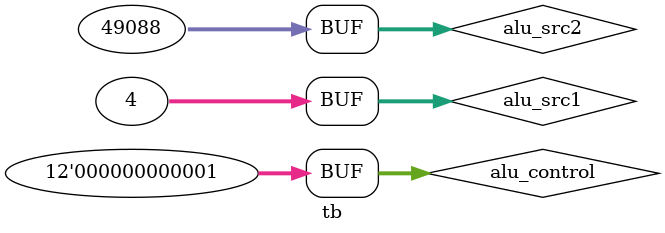
<source format=v>
`timescale 1ns / 1ps


module tb;

    reg   [11:0] alu_control;
    reg   [31:0] alu_src1;   
    reg   [31:0] alu_src2;   
    wire  [31:0] alu_result; 
    alu alu_module(
        .alu_control(alu_control),
        .alu_src1   (alu_src1   ),
        .alu_src2   (alu_src2   ),
        .alu_result (alu_result )
    );

    initial begin
        //加法操作
        alu_control = 12'b1000_0000_0000;
        alu_src1 = 32'd1;
        alu_src2 = 32'hffffffff;

        //减法操作
        #5;
        alu_control = 12'b0100_0000_0000;
        alu_src1 = 32'd1;
        alu_src2 = 32'd2;
        
        //有符号比较
        #5;
        alu_control = 12'b0010_0000_0000;
        alu_src1 = 32'd1;
        alu_src2 = 32'd2;
        
        //无符号比较
        #5;
        alu_control = 12'b0001_0000_0000;
        alu_src1 = 32'd1;
        alu_src2 = 32'd2;
        
        //按位与
        #5;
        alu_control = 12'b0000_1000_0000;
        alu_src1 = 32'h12345678;
        alu_src2 = 32'hf0f0f0f0;
        
        //按位或非
        #5;
        alu_control = 12'b0000_0100_0000;
        alu_src1 = 32'he;
        alu_src2 = 32'd1;

        //按位或
        #5;
        alu_control = 12'b0000_0010_0000;
        alu_src1 = 32'he;
        alu_src2 = 32'd1;
        
        //按位异或
        #5;
        alu_control = 12'b0000_0001_0000;
        alu_src1 = 32'b1010;
        alu_src2 = 32'b0101;
        
        //逻辑左移
        #5;
        alu_control = 12'b0000_0000_1000;
        alu_src1 = 32'd4;
        alu_src2 = 32'hf;
        
        //逻辑右移
        #5;
        alu_control = 12'b0000_0000_0100;
        alu_src1 = 32'd4;
        alu_src2 = 32'hf0;

        //算术右移        
        #5;
        alu_control = 12'b0000_0000_0010;
        alu_src1 = 32'd4;
        alu_src2 = 32'hf0000000;

        //高位加载    
        #5;
        alu_control = 12'b0000_0000_0001;
        alu_src2 = 32'hbfc0;
    end
endmodule


</source>
